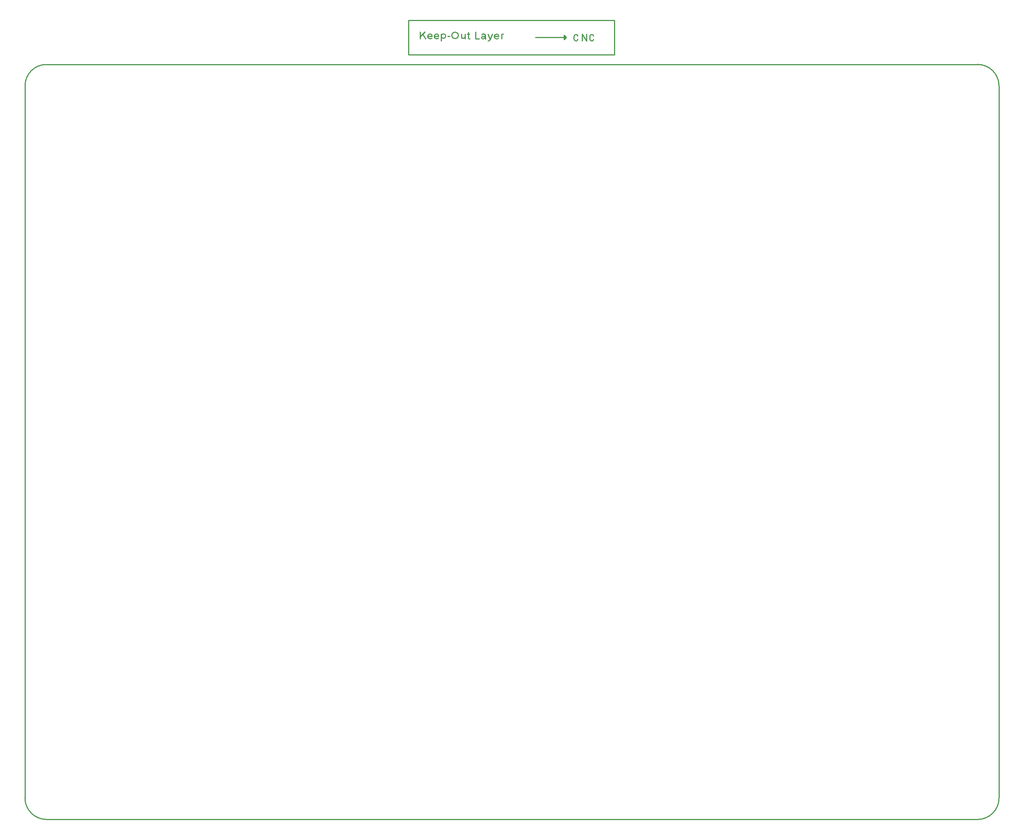
<source format=gko>
G04*
G04 #@! TF.GenerationSoftware,Altium Limited,Altium Designer,23.8.1 (32)*
G04*
G04 Layer_Color=16711935*
%FSTAX26Y26*%
%MOIN*%
G70*
G04*
G04 #@! TF.SameCoordinates,353E1745-25BD-4490-98DE-B48524D5EC12*
G04*
G04*
G04 #@! TF.FilePolarity,Positive*
G04*
G01*
G75*
%ADD29C,0.010000*%
%ADD95R,0.012842X0.017305*%
D29*
X08562992Y-00197027D02*
G03*
X08759858Y0I00000005J00196861D01*
G01*
X08759849Y06552094D02*
G03*
X08561863Y06747916I-00196858J-00001036D01*
G01*
X-00003317Y0674789D02*
G03*
X-00196861Y06551634I00003316J-00196833D01*
G01*
X04203986Y07026026D02*
G03*
X04186Y07017474I-0000696J-00008552D01*
G01*
X0415837Y07007311D02*
G03*
X0414337Y07027311I-000175J000025D01*
G01*
X0411837Y07007311D02*
G03*
X04156878Y06988803I000225J-000025D01*
G01*
X0414337Y0702731D02*
G03*
X0411837Y07007311I-000025J-000225D01*
G01*
X03787858Y07015131D02*
G03*
X03787858Y07015131I-0003J0D01*
G01*
X03816Y069935D02*
G03*
X03851Y07001429I00015J00015D01*
G01*
X04871Y070235D02*
G03*
X04851Y070035I0J-0002D01*
G01*
X04886Y070085D02*
G03*
X04871Y070235I-00015J0D01*
G01*
X05031Y070085D02*
G03*
X05016Y070235I-00015J0D01*
G01*
D02*
G03*
X04996Y070035I0J-0002D01*
G01*
X05016Y069635D02*
G03*
X05031Y069785I0J00015D01*
G01*
X04996Y069835D02*
G03*
X05016Y069635I0002J0D01*
G01*
X04871D02*
G03*
X04886Y069785I0J00015D01*
G01*
X04851Y069835D02*
G03*
X04871Y069635I0002J0D01*
G01*
X04036Y070185D02*
G03*
X04026Y070285I-0001J0D01*
G01*
X04021Y070035D02*
G03*
X04036Y070185I0J00015D01*
G01*
X04017674Y069835D02*
G03*
X040335Y06999326I0J00015826D01*
G01*
X04016Y070285D02*
G03*
X04006Y070185I0J-0001D01*
G01*
X04011Y070035D02*
G03*
X04001Y069935I0J-0001D01*
G01*
X03606Y070085D02*
G03*
X03591Y070285I-000175J000025D01*
G01*
X03566Y070085D02*
G03*
X03604508Y06989992I000225J-000025D01*
G01*
X03591Y070285D02*
G03*
X03566Y070085I-000025J-000225D01*
G01*
X03546D02*
G03*
X03531Y070285I-000175J000025D01*
G01*
X03506Y070085D02*
G03*
X03544508Y06989992I000225J-000025D01*
G01*
X03531Y070285D02*
G03*
X03506Y070085I-000025J-000225D01*
G01*
X03631Y070035D02*
G03*
X03631Y07013164I00020168J00004832D01*
G01*
X04077465Y06969965D02*
G03*
X04081Y069785I-00008536J00008536D01*
G01*
X03881Y069885D02*
G03*
X03896Y069835I0001J00005D01*
G01*
X04061858Y069635D02*
G03*
X04077465Y06969965I0J00022071D01*
G01*
X04036Y069835D02*
G03*
X04041Y069785I00005J0D01*
G01*
X04001Y069935D02*
G03*
X04011Y069835I0001J0D01*
G01*
X-00197781Y-00000001D02*
G03*
X00003623Y-00196852I00199128J00002276D01*
G01*
X-00003317Y06747532D02*
X08561863Y06747701D01*
X-00197781Y-00000002D02*
X-00197048Y06551223D01*
X08759858Y0D02*
X08759885Y06552094D01*
X04186Y069835D02*
Y070285D01*
X0411837Y07007311D02*
X0415837D01*
X04081Y069785D02*
X04101Y070285D01*
X04061D02*
X04081Y069785D01*
X04496Y06995807D02*
X04761D01*
X03331Y071535D02*
X05222911D01*
X03691Y070085D02*
X03711D01*
X03946Y069835D02*
Y070485D01*
X03851Y069835D02*
Y070285D01*
X03816Y069935D02*
Y070285D01*
X03881Y069885D02*
Y070435D01*
X03871Y070285D02*
X03891D01*
X04761Y06975822D02*
Y07015807D01*
Y06975822D02*
X04781Y06995807D01*
X04851Y069835D02*
Y070035D01*
X04761Y06995807D02*
Y07015807D01*
X04781Y06995807D01*
X05222911Y06835807D02*
Y071535D01*
X04926Y070285D02*
X04966Y069635D01*
X04926D02*
Y070285D01*
X04996Y069835D02*
Y070035D01*
X04966Y069635D02*
Y070285D01*
X04036Y069835D02*
Y070185D01*
X04011Y069835D02*
X04017674D01*
X04016Y070285D02*
X04026D01*
X04011Y070035D02*
X04021D01*
X03631Y069635D02*
Y070285D01*
X03506Y070085D02*
X03546D01*
X034585Y0702634D02*
X03486Y069835D01*
X034585Y0702634D02*
X03481Y070485D01*
X03436Y07004179D02*
X03481Y070485D01*
X03436Y069835D02*
Y070485D01*
Y069835D02*
Y07004179D01*
X03331Y06835807D02*
Y071535D01*
X03566Y070085D02*
X03606D01*
X03331Y06835807D02*
X05222911D01*
X03946Y069835D02*
X03981D01*
X00003624Y-00196852D02*
X08562992D01*
D95*
X04767421Y06997155D02*
D03*
M02*

</source>
